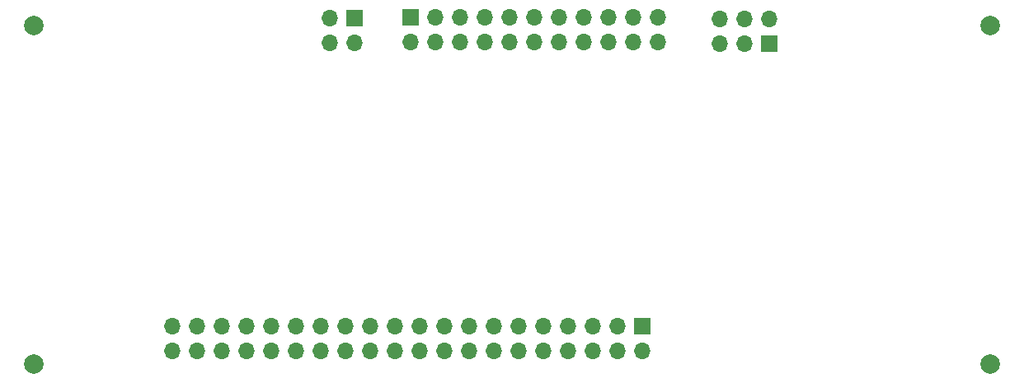
<source format=gbs>
G04 #@! TF.GenerationSoftware,KiCad,Pcbnew,9.0.1-9.0.1-0~ubuntu24.04.1*
G04 #@! TF.CreationDate,2025-04-20T11:34:57-06:00*
G04 #@! TF.ProjectId,Controller,436f6e74-726f-46c6-9c65-722e6b696361,rev?*
G04 #@! TF.SameCoordinates,Original*
G04 #@! TF.FileFunction,Soldermask,Bot*
G04 #@! TF.FilePolarity,Negative*
%FSLAX46Y46*%
G04 Gerber Fmt 4.6, Leading zero omitted, Abs format (unit mm)*
G04 Created by KiCad (PCBNEW 9.0.1-9.0.1-0~ubuntu24.04.1) date 2025-04-20 11:34:57*
%MOMM*%
%LPD*%
G01*
G04 APERTURE LIST*
%ADD10R,1.700000X1.700000*%
%ADD11O,1.700000X1.700000*%
%ADD12C,2.000000*%
G04 APERTURE END LIST*
D10*
X180620682Y-184144257D03*
D11*
X180620682Y-186684257D03*
X178080682Y-184144257D03*
X178080682Y-186684257D03*
X175540682Y-184144257D03*
X175540682Y-186684257D03*
X173000682Y-184144257D03*
X173000682Y-186684257D03*
X170460682Y-184144257D03*
X170460682Y-186684257D03*
X167920682Y-184144257D03*
X167920682Y-186684257D03*
X165380682Y-184144257D03*
X165380682Y-186684257D03*
X162840682Y-184144257D03*
X162840682Y-186684257D03*
X160300682Y-184144257D03*
X160300682Y-186684257D03*
X157760682Y-184144257D03*
X157760682Y-186684257D03*
X155220682Y-184144257D03*
X155220682Y-186684257D03*
X152680682Y-184144257D03*
X152680682Y-186684257D03*
X150140682Y-184144257D03*
X150140682Y-186684257D03*
X147600682Y-184144257D03*
X147600682Y-186684257D03*
X145060682Y-184144257D03*
X145060682Y-186684257D03*
X142520682Y-184144257D03*
X142520682Y-186684257D03*
X139980682Y-184144257D03*
X139980682Y-186684257D03*
X137440682Y-184144257D03*
X137440682Y-186684257D03*
X134900682Y-184144257D03*
X134900682Y-186684257D03*
X132360682Y-184144257D03*
X132360682Y-186684257D03*
D10*
X193660144Y-155100134D03*
D11*
X193660144Y-152560134D03*
X191120144Y-155100134D03*
X191120144Y-152560134D03*
X188580144Y-155100134D03*
X188580144Y-152560134D03*
D10*
X151070000Y-152490000D03*
D11*
X148530000Y-152490000D03*
X151070000Y-155030000D03*
X148530000Y-155030000D03*
D12*
X118170000Y-153230000D03*
X118170000Y-188070000D03*
X216370000Y-153230000D03*
X216370000Y-188070000D03*
D10*
X156829318Y-152425743D03*
D11*
X159369318Y-152425743D03*
X161909318Y-152425743D03*
X164449318Y-152425743D03*
X166989318Y-152425743D03*
X169529318Y-152425743D03*
X172069318Y-152425743D03*
X174609318Y-152425743D03*
X177149318Y-152425743D03*
X179689318Y-152425743D03*
X182229318Y-152425743D03*
X156829318Y-154965743D03*
X159369318Y-154965743D03*
X161909318Y-154965743D03*
X164449318Y-154965743D03*
X166989318Y-154965743D03*
X169529318Y-154965743D03*
X172069318Y-154965743D03*
X174609318Y-154965743D03*
X177149318Y-154965743D03*
X179689318Y-154965743D03*
X182229318Y-154965743D03*
M02*

</source>
